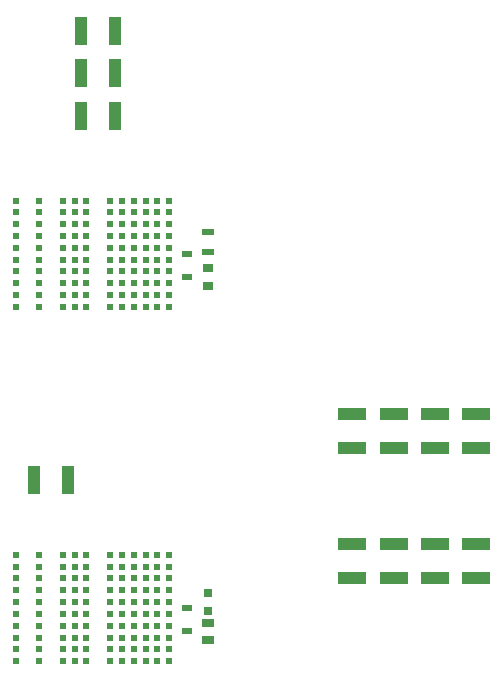
<source format=gbr>
G04 EAGLE Gerber RS-274X export*
G75*
%MOMM*%
%FSLAX34Y34*%
%LPD*%
%INSolderpaste Top*%
%IPPOS*%
%AMOC8*
5,1,8,0,0,1.08239X$1,22.5*%
G01*
%ADD10R,0.939800X0.553200*%
%ADD11R,1.061200X2.489200*%
%ADD12R,0.609600X0.609600*%
%ADD13R,0.990600X0.708000*%
%ADD14R,0.799997X0.750000*%
%ADD15R,0.812800X0.756400*%
%ADD16R,1.000000X0.550000*%
%ADD17R,2.489200X1.061200*%


D10*
X330000Y549751D03*
X330000Y530249D03*
D11*
X240804Y738800D03*
X269196Y738800D03*
X240804Y702600D03*
X269196Y702600D03*
X240804Y666400D03*
X269196Y666400D03*
D12*
X315000Y505000D03*
X305000Y505000D03*
X295000Y505000D03*
X285000Y505000D03*
X275000Y505000D03*
X265000Y505000D03*
X245000Y505000D03*
X235000Y505000D03*
X225000Y505000D03*
X205000Y505000D03*
X185000Y505000D03*
X315000Y515000D03*
X305000Y515000D03*
X295000Y515000D03*
X285000Y515000D03*
X275000Y515000D03*
X265000Y515000D03*
X245000Y515000D03*
X235000Y515000D03*
X225000Y515000D03*
X205000Y515000D03*
X185000Y515000D03*
X315000Y525000D03*
X305000Y525000D03*
X295000Y525000D03*
X285000Y525000D03*
X275000Y525000D03*
X265000Y525000D03*
X245000Y525000D03*
X235000Y525000D03*
X225000Y525000D03*
X205000Y525000D03*
X185000Y525000D03*
X315000Y535000D03*
X305000Y535000D03*
X295000Y535000D03*
X285000Y535000D03*
X275000Y535000D03*
X265000Y535000D03*
X245000Y535000D03*
X235000Y535000D03*
X225000Y535000D03*
X205000Y535000D03*
X185000Y535000D03*
X315000Y545000D03*
X305000Y545000D03*
X295000Y545000D03*
X285000Y545000D03*
X275000Y545000D03*
X265000Y545000D03*
X245000Y545000D03*
X235000Y545000D03*
X225000Y545000D03*
X205000Y545000D03*
X185000Y545000D03*
X315000Y555000D03*
X305000Y555000D03*
X295000Y555000D03*
X285000Y555000D03*
X275000Y555000D03*
X265000Y555000D03*
X245000Y555000D03*
X235000Y555000D03*
X225000Y555000D03*
X205000Y555000D03*
X185000Y555000D03*
X315000Y565000D03*
X305000Y565000D03*
X295000Y565000D03*
X285000Y565000D03*
X275000Y565000D03*
X265000Y565000D03*
X245000Y565000D03*
X235000Y565000D03*
X225000Y565000D03*
X205000Y565000D03*
X185000Y565000D03*
X315000Y575000D03*
X305000Y575000D03*
X295000Y575000D03*
X285000Y575000D03*
X275000Y575000D03*
X265000Y575000D03*
X245000Y575000D03*
X235000Y575000D03*
X225000Y575000D03*
X205000Y575000D03*
X185000Y575000D03*
X315000Y585000D03*
X305000Y585000D03*
X295000Y585000D03*
X285000Y585000D03*
X275000Y585000D03*
X265000Y585000D03*
X245000Y585000D03*
X235000Y585000D03*
X225000Y585000D03*
X205000Y585000D03*
X185000Y585000D03*
X315000Y595000D03*
X305000Y595000D03*
X295000Y595000D03*
X285000Y595000D03*
X275000Y595000D03*
X265000Y595000D03*
X245000Y595000D03*
X235000Y595000D03*
X225000Y595000D03*
X205000Y595000D03*
X185000Y595000D03*
D11*
X229196Y358800D03*
X200804Y358800D03*
D12*
X315000Y205000D03*
X305000Y205000D03*
X295000Y205000D03*
X285000Y205000D03*
X275000Y205000D03*
X265000Y205000D03*
X245000Y205000D03*
X235000Y205000D03*
X225000Y205000D03*
X205000Y205000D03*
X185000Y205000D03*
X315000Y215000D03*
X305000Y215000D03*
X295000Y215000D03*
X285000Y215000D03*
X275000Y215000D03*
X265000Y215000D03*
X245000Y215000D03*
X235000Y215000D03*
X225000Y215000D03*
X205000Y215000D03*
X185000Y215000D03*
X315000Y225000D03*
X305000Y225000D03*
X295000Y225000D03*
X285000Y225000D03*
X275000Y225000D03*
X265000Y225000D03*
X245000Y225000D03*
X235000Y225000D03*
X225000Y225000D03*
X205000Y225000D03*
X185000Y225000D03*
X315000Y235000D03*
X305000Y235000D03*
X295000Y235000D03*
X285000Y235000D03*
X275000Y235000D03*
X265000Y235000D03*
X245000Y235000D03*
X235000Y235000D03*
X225000Y235000D03*
X205000Y235000D03*
X185000Y235000D03*
X315000Y245000D03*
X305000Y245000D03*
X295000Y245000D03*
X285000Y245000D03*
X275000Y245000D03*
X265000Y245000D03*
X245000Y245000D03*
X235000Y245000D03*
X225000Y245000D03*
X205000Y245000D03*
X185000Y245000D03*
X315000Y255000D03*
X305000Y255000D03*
X295000Y255000D03*
X285000Y255000D03*
X275000Y255000D03*
X265000Y255000D03*
X245000Y255000D03*
X235000Y255000D03*
X225000Y255000D03*
X205000Y255000D03*
X185000Y255000D03*
X315000Y265000D03*
X305000Y265000D03*
X295000Y265000D03*
X285000Y265000D03*
X275000Y265000D03*
X265000Y265000D03*
X245000Y265000D03*
X235000Y265000D03*
X225000Y265000D03*
X205000Y265000D03*
X185000Y265000D03*
X315000Y275000D03*
X305000Y275000D03*
X295000Y275000D03*
X285000Y275000D03*
X275000Y275000D03*
X265000Y275000D03*
X245000Y275000D03*
X235000Y275000D03*
X225000Y275000D03*
X205000Y275000D03*
X185000Y275000D03*
X315000Y285000D03*
X305000Y285000D03*
X295000Y285000D03*
X285000Y285000D03*
X275000Y285000D03*
X265000Y285000D03*
X245000Y285000D03*
X235000Y285000D03*
X225000Y285000D03*
X205000Y285000D03*
X185000Y285000D03*
X315000Y295000D03*
X305000Y295000D03*
X295000Y295000D03*
X285000Y295000D03*
X275000Y295000D03*
X265000Y295000D03*
X245000Y295000D03*
X235000Y295000D03*
X225000Y295000D03*
X205000Y295000D03*
X185000Y295000D03*
D10*
X330000Y249751D03*
X330000Y230249D03*
D13*
X348000Y237477D03*
X348000Y222523D03*
D14*
X348000Y247250D03*
X348000Y262750D03*
D15*
X348000Y522281D03*
X348000Y537719D03*
D16*
X348000Y568250D03*
X348000Y551750D03*
D17*
X470000Y275804D03*
X470000Y304196D03*
X505000Y275804D03*
X505000Y304196D03*
X540000Y275804D03*
X540000Y304196D03*
X575000Y275804D03*
X575000Y304196D03*
X470000Y414196D03*
X470000Y385804D03*
X505000Y414196D03*
X505000Y385804D03*
X540000Y414196D03*
X540000Y385804D03*
X575000Y414196D03*
X575000Y385804D03*
M02*

</source>
